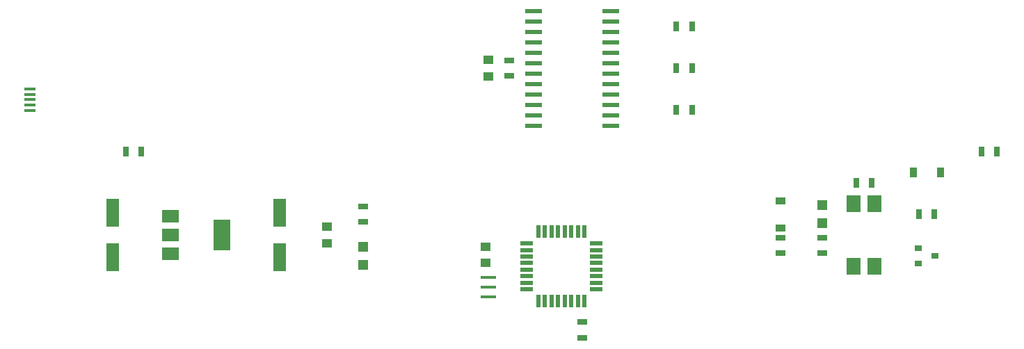
<source format=gtp>
G04 #@! TF.FileFunction,Paste,Top*
%FSLAX46Y46*%
G04 Gerber Fmt 4.6, Leading zero omitted, Abs format (unit mm)*
G04 Created by KiCad (PCBNEW 4.0.7-e2-6376~58~ubuntu16.04.1) date Fri Oct 20 12:03:34 2017*
%MOMM*%
%LPD*%
G01*
G04 APERTURE LIST*
%ADD10C,0.100000*%
%ADD11R,1.250000X1.000000*%
%ADD12R,0.900000X0.800000*%
%ADD13R,1.300000X0.700000*%
%ADD14R,0.700000X1.300000*%
%ADD15R,2.000000X0.600000*%
%ADD16R,1.200000X1.200000*%
%ADD17R,1.780000X2.000000*%
%ADD18R,2.000000X3.800000*%
%ADD19R,2.000000X1.500000*%
%ADD20R,1.600000X3.500000*%
%ADD21R,1.200000X0.900000*%
%ADD22R,0.900000X1.200000*%
%ADD23R,1.350000X0.400000*%
%ADD24R,1.900000X0.400000*%
%ADD25R,1.600000X0.550000*%
%ADD26R,0.550000X1.600000*%
G04 APERTURE END LIST*
D10*
D11*
X60960000Y37830000D03*
X60960000Y35830000D03*
D12*
X113300000Y14920000D03*
X113300000Y13020000D03*
X115300000Y13970000D03*
D13*
X96520000Y14290000D03*
X96520000Y16190000D03*
X63500000Y35880000D03*
X63500000Y37780000D03*
D14*
X85725000Y41910000D03*
X83825000Y41910000D03*
X85720000Y36830000D03*
X83820000Y36830000D03*
X18730000Y26670000D03*
X16830000Y26670000D03*
D13*
X101600000Y14290000D03*
X101600000Y16190000D03*
D14*
X105730000Y22860000D03*
X107630000Y22860000D03*
X113350000Y19050000D03*
X115250000Y19050000D03*
D15*
X75820000Y29845000D03*
X75820000Y31115000D03*
X75820000Y32385000D03*
X75820000Y33655000D03*
X75820000Y34925000D03*
X75820000Y36195000D03*
X75820000Y37465000D03*
X75820000Y38735000D03*
X75820000Y40005000D03*
X75820000Y41275000D03*
X75820000Y42545000D03*
X75820000Y43815000D03*
X66420000Y43815000D03*
X66420000Y42545000D03*
X66420000Y41275000D03*
X66420000Y40005000D03*
X66420000Y38735000D03*
X66420000Y37465000D03*
X66420000Y36195000D03*
X66420000Y34925000D03*
X66420000Y33655000D03*
X66420000Y32385000D03*
X66420000Y31115000D03*
X66420000Y29845000D03*
D16*
X101600000Y20150000D03*
X101600000Y17950000D03*
X45720000Y12870000D03*
X45720000Y15070000D03*
D13*
X45720000Y18100000D03*
X45720000Y20000000D03*
D17*
X107950000Y20320000D03*
X105410000Y12700000D03*
X105410000Y20320000D03*
X107950000Y12700000D03*
D18*
X28550000Y16510000D03*
D19*
X22250000Y16510000D03*
X22250000Y14210000D03*
X22250000Y18810000D03*
D13*
X72390000Y4005500D03*
X72390000Y5905500D03*
D14*
X120970000Y26670000D03*
X122870000Y26670000D03*
D20*
X15240000Y13810000D03*
X15240000Y19210000D03*
X35560000Y13810000D03*
X35560000Y19210000D03*
D21*
X96520000Y20700000D03*
X96520000Y17400000D03*
D22*
X115950000Y24130000D03*
X112650000Y24130000D03*
D23*
X5160000Y34320000D03*
X5160000Y33670000D03*
X5160000Y33020000D03*
X5160000Y32370000D03*
X5160000Y31720000D03*
D14*
X83825000Y31750000D03*
X85725000Y31750000D03*
D24*
X60960000Y10160000D03*
X60960000Y8960000D03*
X60960000Y11360000D03*
D11*
X41275000Y15510000D03*
X41275000Y17510000D03*
X60579000Y15113000D03*
X60579000Y13113000D03*
D25*
X65600000Y15500000D03*
X65600000Y14700000D03*
X65600000Y13900000D03*
X65600000Y13100000D03*
X65600000Y12300000D03*
X65600000Y11500000D03*
X65600000Y10700000D03*
X65600000Y9900000D03*
D26*
X67050000Y8450000D03*
X67850000Y8450000D03*
X68650000Y8450000D03*
X69450000Y8450000D03*
X70250000Y8450000D03*
X71050000Y8450000D03*
X71850000Y8450000D03*
X72650000Y8450000D03*
D25*
X74100000Y9900000D03*
X74100000Y10700000D03*
X74100000Y11500000D03*
X74100000Y12300000D03*
X74100000Y13100000D03*
X74100000Y13900000D03*
X74100000Y14700000D03*
X74100000Y15500000D03*
D26*
X72650000Y16950000D03*
X71850000Y16950000D03*
X71050000Y16950000D03*
X70250000Y16950000D03*
X69450000Y16950000D03*
X68650000Y16950000D03*
X67850000Y16950000D03*
X67050000Y16950000D03*
M02*

</source>
